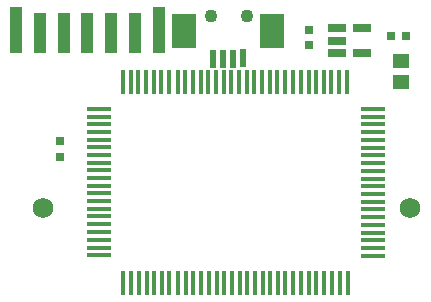
<source format=gbr>
%TF.GenerationSoftware,KiCad,Pcbnew,(6.0.2)*%
%TF.CreationDate,2022-09-17T11:41:15-05:00*%
%TF.ProjectId,REF2160,52454632-3136-4302-9e6b-696361645f70,rev?*%
%TF.SameCoordinates,Original*%
%TF.FileFunction,Soldermask,Bot*%
%TF.FilePolarity,Negative*%
%FSLAX46Y46*%
G04 Gerber Fmt 4.6, Leading zero omitted, Abs format (unit mm)*
G04 Created by KiCad (PCBNEW (6.0.2)) date 2022-09-17 11:41:15*
%MOMM*%
%LPD*%
G01*
G04 APERTURE LIST*
%ADD10R,0.350000X2.000000*%
%ADD11R,2.000000X0.350000*%
%ADD12R,1.000000X4.000000*%
%ADD13R,1.000000X3.500000*%
%ADD14C,1.750000*%
%ADD15R,1.500000X0.800000*%
%ADD16R,1.450000X1.150000*%
%ADD17C,1.100000*%
%ADD18R,0.550000X1.630000*%
%ADD19R,2.000000X3.000000*%
%ADD20R,0.800000X0.800000*%
G04 APERTURE END LIST*
D10*
%TO.C,U5*%
X161629000Y-94392000D03*
X160954000Y-94392000D03*
X160276000Y-94392000D03*
X159643000Y-94392000D03*
X158968000Y-94392000D03*
X158373000Y-94392000D03*
X157697000Y-94393000D03*
X157020000Y-94393000D03*
X156350000Y-94389000D03*
X155713000Y-94389000D03*
X155078000Y-94390000D03*
X154444000Y-94388000D03*
X153768000Y-94388000D03*
X153133000Y-94392000D03*
X152498000Y-94387000D03*
X151821000Y-94390000D03*
X151191000Y-94390000D03*
X150555000Y-94389000D03*
X149881000Y-94390000D03*
X149243000Y-94390000D03*
X148571000Y-94390000D03*
X147936000Y-94391000D03*
X147300000Y-94392000D03*
X146545000Y-94389000D03*
X145912000Y-94389000D03*
X145271000Y-94392000D03*
X144640000Y-94392000D03*
X143967000Y-94388000D03*
X143332000Y-94391000D03*
X142656000Y-94391000D03*
D11*
X140591000Y-92049000D03*
X140594000Y-91414000D03*
X140593000Y-90739000D03*
X140591000Y-90104000D03*
X140593000Y-89430000D03*
X140592000Y-88755000D03*
X140592000Y-88124000D03*
X140590000Y-87486000D03*
X140590000Y-86810000D03*
X140592000Y-86177000D03*
X140592000Y-85541000D03*
X140590000Y-84867000D03*
X140592000Y-84232000D03*
X140592000Y-83557000D03*
X140593000Y-82922000D03*
X140593000Y-82246000D03*
X140592000Y-81610000D03*
X140590000Y-80934000D03*
X140593000Y-80301000D03*
X140594000Y-79625000D03*
D10*
X142616000Y-77363000D03*
X143294000Y-77365000D03*
X143929000Y-77369000D03*
X144602000Y-77364000D03*
X145239000Y-77363000D03*
X145871000Y-77365000D03*
X146507000Y-77368000D03*
X147259000Y-77364000D03*
X147894000Y-77365000D03*
X148534000Y-77368000D03*
X149203000Y-77364000D03*
X149839000Y-77364000D03*
X150517000Y-77364000D03*
X151149000Y-77361000D03*
X151785000Y-77366000D03*
X152461000Y-77363000D03*
X153095000Y-77364000D03*
X153730000Y-77366000D03*
X154406000Y-77364000D03*
X155036000Y-77365000D03*
X155677000Y-77363000D03*
X156310000Y-77363000D03*
X156987000Y-77362000D03*
X157656000Y-77362000D03*
X158331000Y-77363000D03*
X158929000Y-77363000D03*
X159602000Y-77366000D03*
X160239000Y-77366000D03*
X160912000Y-77361000D03*
X161587000Y-77366000D03*
D11*
X163770000Y-79669000D03*
X163770000Y-80340000D03*
X163769000Y-80974000D03*
X163771000Y-81648000D03*
X163770000Y-82288000D03*
X163773000Y-82959000D03*
X163773000Y-83594000D03*
X163770000Y-84270000D03*
X163774000Y-84901000D03*
X163774000Y-85581000D03*
X163770000Y-86217000D03*
X163770000Y-86850000D03*
X163771000Y-87524000D03*
X163771000Y-88160000D03*
X163769000Y-88795000D03*
X163771000Y-89468000D03*
X163770000Y-90140000D03*
X163774000Y-90778000D03*
X163770000Y-91453000D03*
X163770000Y-92089000D03*
%TD*%
D12*
%TO.C,J2*%
X145643000Y-73003000D03*
D13*
X143651000Y-73233000D03*
X141628000Y-73243000D03*
X139603000Y-73238000D03*
X137583000Y-73227000D03*
X135556000Y-73235000D03*
D12*
X133574000Y-73001000D03*
%TD*%
D14*
%TO.C,H2*%
X166946000Y-88077000D03*
%TD*%
D15*
%TO.C,U7*%
X160711000Y-74900000D03*
X160712000Y-73866000D03*
X160711000Y-72834000D03*
X162895000Y-72836000D03*
X162894000Y-74899000D03*
%TD*%
D14*
%TO.C,H1*%
X135862000Y-88035000D03*
%TD*%
D16*
%TO.C,L1*%
X166190000Y-77361000D03*
X166189000Y-75575000D03*
%TD*%
D17*
%TO.C,J3*%
X153106000Y-71823000D03*
X150043835Y-71820600D03*
D18*
X150201000Y-75389000D03*
X151075000Y-75390000D03*
X151945000Y-75390000D03*
X152779000Y-75385000D03*
D19*
X155242000Y-73047000D03*
X147818000Y-73045000D03*
%TD*%
D20*
%TO.C,C6*%
X137296000Y-83709000D03*
X137297000Y-82400000D03*
%TD*%
%TO.C,C7*%
X158371500Y-74261500D03*
X158372500Y-72952500D03*
%TD*%
%TO.C,C8*%
X166610000Y-73510000D03*
X165301000Y-73509000D03*
%TD*%
M02*

</source>
